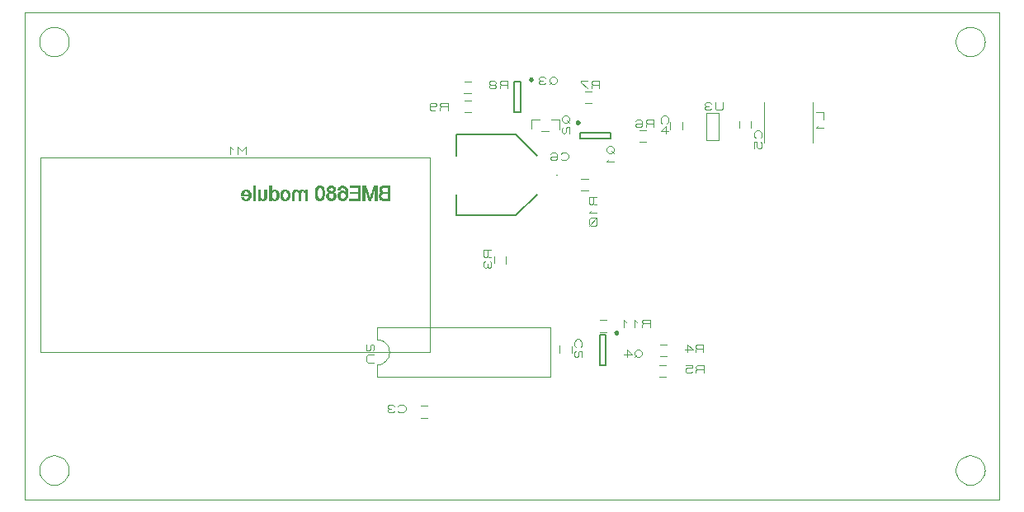
<source format=gbr>
G04 PROTEUS GERBER X2 FILE*
%TF.GenerationSoftware,Labcenter,Proteus,8.16-SP3-Build36097*%
%TF.CreationDate,2025-11-07T09:34:26+00:00*%
%TF.FileFunction,Legend,Bot*%
%TF.FilePolarity,Positive*%
%TF.Part,Single*%
%TF.SameCoordinates,{86f2edb6-a998-41b4-a695-59585592bfa3}*%
%FSLAX45Y45*%
%MOMM*%
G01*
%TA.AperFunction,Profile*%
%ADD20C,0.101600*%
%TA.AperFunction,Material*%
%ADD72C,0.101600*%
%ADD73C,0.063500*%
%ADD30C,0.250000*%
%ADD31C,0.200000*%
%ADD32C,0.100000*%
%ADD33C,0.050000*%
%TD.AperFunction*%
D20*
X-5528000Y-2391260D02*
X+4472000Y-2391260D01*
X+4472000Y+2608740D01*
X-5528000Y+2608740D01*
X-5528000Y-2391260D01*
X+4322000Y+2308740D02*
X+4321498Y+2320998D01*
X+4317422Y+2345515D01*
X+4308906Y+2370032D01*
X+4295032Y+2394549D01*
X+4273806Y+2418901D01*
X+4249289Y+2437295D01*
X+4224772Y+2449151D01*
X+4200255Y+2456055D01*
X+4175738Y+2458693D01*
X+4172000Y+2458740D01*
X+4022000Y+2308740D02*
X+4022502Y+2320998D01*
X+4026578Y+2345515D01*
X+4035094Y+2370032D01*
X+4048968Y+2394549D01*
X+4070194Y+2418901D01*
X+4094711Y+2437295D01*
X+4119228Y+2449151D01*
X+4143745Y+2456055D01*
X+4168262Y+2458693D01*
X+4172000Y+2458740D01*
X+4022000Y+2308740D02*
X+4022502Y+2296482D01*
X+4026578Y+2271965D01*
X+4035094Y+2247448D01*
X+4048968Y+2222931D01*
X+4070194Y+2198579D01*
X+4094711Y+2180185D01*
X+4119228Y+2168329D01*
X+4143745Y+2161425D01*
X+4168262Y+2158787D01*
X+4172000Y+2158740D01*
X+4322000Y+2308740D02*
X+4321498Y+2296482D01*
X+4317422Y+2271965D01*
X+4308906Y+2247448D01*
X+4295032Y+2222931D01*
X+4273806Y+2198579D01*
X+4249289Y+2180185D01*
X+4224772Y+2168329D01*
X+4200255Y+2161425D01*
X+4175738Y+2158787D01*
X+4172000Y+2158740D01*
X+4322000Y-2091260D02*
X+4321498Y-2079002D01*
X+4317422Y-2054485D01*
X+4308906Y-2029968D01*
X+4295032Y-2005451D01*
X+4273806Y-1981099D01*
X+4249289Y-1962705D01*
X+4224772Y-1950849D01*
X+4200255Y-1943945D01*
X+4175738Y-1941307D01*
X+4172000Y-1941260D01*
X+4022000Y-2091260D02*
X+4022502Y-2079002D01*
X+4026578Y-2054485D01*
X+4035094Y-2029968D01*
X+4048968Y-2005451D01*
X+4070194Y-1981099D01*
X+4094711Y-1962705D01*
X+4119228Y-1950849D01*
X+4143745Y-1943945D01*
X+4168262Y-1941307D01*
X+4172000Y-1941260D01*
X+4022000Y-2091260D02*
X+4022502Y-2103518D01*
X+4026578Y-2128035D01*
X+4035094Y-2152552D01*
X+4048968Y-2177069D01*
X+4070194Y-2201421D01*
X+4094711Y-2219815D01*
X+4119228Y-2231671D01*
X+4143745Y-2238575D01*
X+4168262Y-2241213D01*
X+4172000Y-2241260D01*
X+4322000Y-2091260D02*
X+4321498Y-2103518D01*
X+4317422Y-2128035D01*
X+4308906Y-2152552D01*
X+4295032Y-2177069D01*
X+4273806Y-2201421D01*
X+4249289Y-2219815D01*
X+4224772Y-2231671D01*
X+4200255Y-2238575D01*
X+4175738Y-2241213D01*
X+4172000Y-2241260D01*
X-5078000Y-2091260D02*
X-5078502Y-2079002D01*
X-5082578Y-2054485D01*
X-5091094Y-2029968D01*
X-5104968Y-2005451D01*
X-5126194Y-1981099D01*
X-5150711Y-1962705D01*
X-5175228Y-1950849D01*
X-5199745Y-1943945D01*
X-5224262Y-1941307D01*
X-5228000Y-1941260D01*
X-5378000Y-2091260D02*
X-5377498Y-2079002D01*
X-5373422Y-2054485D01*
X-5364906Y-2029968D01*
X-5351032Y-2005451D01*
X-5329806Y-1981099D01*
X-5305289Y-1962705D01*
X-5280772Y-1950849D01*
X-5256255Y-1943945D01*
X-5231738Y-1941307D01*
X-5228000Y-1941260D01*
X-5378000Y-2091260D02*
X-5377498Y-2103518D01*
X-5373422Y-2128035D01*
X-5364906Y-2152552D01*
X-5351032Y-2177069D01*
X-5329806Y-2201421D01*
X-5305289Y-2219815D01*
X-5280772Y-2231671D01*
X-5256255Y-2238575D01*
X-5231738Y-2241213D01*
X-5228000Y-2241260D01*
X-5078000Y-2091260D02*
X-5078502Y-2103518D01*
X-5082578Y-2128035D01*
X-5091094Y-2152552D01*
X-5104968Y-2177069D01*
X-5126194Y-2201421D01*
X-5150711Y-2219815D01*
X-5175228Y-2231671D01*
X-5199745Y-2238575D01*
X-5224262Y-2241213D01*
X-5228000Y-2241260D01*
X-5078000Y+2308740D02*
X-5078502Y+2320998D01*
X-5082578Y+2345515D01*
X-5091094Y+2370032D01*
X-5104968Y+2394549D01*
X-5126194Y+2418901D01*
X-5150711Y+2437295D01*
X-5175228Y+2449151D01*
X-5199745Y+2456055D01*
X-5224262Y+2458693D01*
X-5228000Y+2458740D01*
X-5378000Y+2308740D02*
X-5377498Y+2320998D01*
X-5373422Y+2345515D01*
X-5364906Y+2370032D01*
X-5351032Y+2394549D01*
X-5329806Y+2418901D01*
X-5305289Y+2437295D01*
X-5280772Y+2449151D01*
X-5256255Y+2456055D01*
X-5231738Y+2458693D01*
X-5228000Y+2458740D01*
X-5378000Y+2308740D02*
X-5377498Y+2296482D01*
X-5373422Y+2271965D01*
X-5364906Y+2247448D01*
X-5351032Y+2222931D01*
X-5329806Y+2198579D01*
X-5305289Y+2180185D01*
X-5280772Y+2168329D01*
X-5256255Y+2161425D01*
X-5231738Y+2158787D01*
X-5228000Y+2158740D01*
X-5078000Y+2308740D02*
X-5078502Y+2296482D01*
X-5082578Y+2271965D01*
X-5091094Y+2247448D01*
X-5104968Y+2222931D01*
X-5126194Y+2198579D01*
X-5150711Y+2180185D01*
X-5175228Y+2168329D01*
X-5199745Y+2161425D01*
X-5224262Y+2158787D01*
X-5228000Y+2158740D01*
D72*
X+289700Y+1798420D02*
X+221120Y+1798420D01*
X+289700Y+1676500D02*
X+218580Y+1676500D01*
X+363360Y+1828900D02*
X+363360Y+1905100D01*
X+296685Y+1905100D01*
X+283350Y+1892400D01*
X+283350Y+1879700D01*
X+296685Y+1867000D01*
X+363360Y+1867000D01*
X+296685Y+1867000D02*
X+283350Y+1854300D01*
X+283350Y+1828900D01*
X+243345Y+1905100D02*
X+176670Y+1905100D01*
X+176670Y+1892400D01*
X+243345Y+1828900D01*
X-950300Y+1898420D02*
X-1018880Y+1898420D01*
X-950300Y+1776500D02*
X-1021420Y+1776500D01*
X-576640Y+1828900D02*
X-576640Y+1905100D01*
X-643315Y+1905100D01*
X-656650Y+1892400D01*
X-656650Y+1879700D01*
X-643315Y+1867000D01*
X-576640Y+1867000D01*
X-643315Y+1867000D02*
X-656650Y+1854300D01*
X-656650Y+1828900D01*
X-709990Y+1867000D02*
X-696655Y+1879700D01*
X-696655Y+1892400D01*
X-709990Y+1905100D01*
X-749995Y+1905100D01*
X-763330Y+1892400D01*
X-763330Y+1879700D01*
X-749995Y+1867000D01*
X-709990Y+1867000D01*
X-696655Y+1854300D01*
X-696655Y+1841600D01*
X-709990Y+1828900D01*
X-749995Y+1828900D01*
X-763330Y+1841600D01*
X-763330Y+1854300D01*
X-749995Y+1867000D01*
X-1016340Y+1581580D02*
X-947760Y+1581580D01*
X-1016340Y+1703500D02*
X-945220Y+1703500D01*
X-1186640Y+1604900D02*
X-1186640Y+1681100D01*
X-1253315Y+1681100D01*
X-1266650Y+1668400D01*
X-1266650Y+1655700D01*
X-1253315Y+1643000D01*
X-1186640Y+1643000D01*
X-1253315Y+1643000D02*
X-1266650Y+1630300D01*
X-1266650Y+1604900D01*
X-1373330Y+1655700D02*
X-1359995Y+1643000D01*
X-1319990Y+1643000D01*
X-1306655Y+1655700D01*
X-1306655Y+1668400D01*
X-1319990Y+1681100D01*
X-1359995Y+1681100D01*
X-1373330Y+1668400D01*
X-1373330Y+1617600D01*
X-1359995Y+1604900D01*
X-1319990Y+1604900D01*
X-5370000Y-880000D02*
X-1370000Y-880000D01*
X-1370000Y+1120000D01*
X-5370000Y+1120000D01*
X-5370000Y-880000D01*
D73*
X-3278989Y+680770D02*
X-3243429Y+680770D01*
X-3187549Y+680770D02*
X-3167229Y+680770D01*
X-3136749Y+680770D02*
X-3116429Y+680770D01*
X-3096109Y+680770D02*
X-3070709Y+680770D01*
X-3019909Y+680770D02*
X-2999589Y+680770D01*
X-2984349Y+680770D02*
X-2953869Y+680770D01*
X-2877669Y+680770D02*
X-2842109Y+680770D01*
X-2786229Y+680770D02*
X-2765909Y+680770D01*
X-2720189Y+680770D02*
X-2699869Y+680770D01*
X-2654149Y+680770D02*
X-2633829Y+680770D01*
X-2522069Y+680770D02*
X-2486509Y+680770D01*
X-2405229Y+680770D02*
X-2369669Y+680770D01*
X-2288389Y+680770D02*
X-2252829Y+680770D01*
X-2202029Y+680770D02*
X-2090269Y+680770D01*
X-2064869Y+680770D02*
X-2044549Y+680770D01*
X-1998829Y+680770D02*
X-1983589Y+680770D01*
X-1937869Y+680770D02*
X-1917549Y+680770D01*
X-1866749Y+680770D02*
X-1785469Y+680770D01*
X-3289149Y+685850D02*
X-3233269Y+685850D01*
X-3187549Y+685850D02*
X-3167229Y+685850D01*
X-3136749Y+685850D02*
X-3116429Y+685850D01*
X-3106269Y+685850D02*
X-3060549Y+685850D01*
X-3019909Y+685850D02*
X-2999589Y+685850D01*
X-2994509Y+685850D02*
X-2943709Y+685850D01*
X-2887829Y+685850D02*
X-2831949Y+685850D01*
X-2786229Y+685850D02*
X-2765909Y+685850D01*
X-2720189Y+685850D02*
X-2699869Y+685850D01*
X-2654149Y+685850D02*
X-2633829Y+685850D01*
X-2532229Y+685850D02*
X-2476349Y+685850D01*
X-2415389Y+685850D02*
X-2359509Y+685850D01*
X-2298549Y+685850D02*
X-2242669Y+685850D01*
X-2202029Y+685850D02*
X-2090269Y+685850D01*
X-2064869Y+685850D02*
X-2044549Y+685850D01*
X-2003909Y+685850D02*
X-1978509Y+685850D01*
X-1937869Y+685850D02*
X-1917549Y+685850D01*
X-1876909Y+685850D02*
X-1785469Y+685850D01*
X-3294229Y+690930D02*
X-3228189Y+690930D01*
X-3187549Y+690930D02*
X-3167229Y+690930D01*
X-3136749Y+690930D02*
X-3116429Y+690930D01*
X-3111349Y+690930D02*
X-3055469Y+690930D01*
X-3019909Y+690930D02*
X-2938629Y+690930D01*
X-2892909Y+690930D02*
X-2826869Y+690930D01*
X-2786229Y+690930D02*
X-2765909Y+690930D01*
X-2720189Y+690930D02*
X-2699869Y+690930D01*
X-2654149Y+690930D02*
X-2633829Y+690930D01*
X-2537309Y+690930D02*
X-2471269Y+690930D01*
X-2420469Y+690930D02*
X-2354429Y+690930D01*
X-2303629Y+690930D02*
X-2237589Y+690930D01*
X-2202029Y+690930D02*
X-2090269Y+690930D01*
X-2064869Y+690930D02*
X-2044549Y+690930D01*
X-2003909Y+690930D02*
X-1978509Y+690930D01*
X-1937869Y+690930D02*
X-1917549Y+690930D01*
X-1887069Y+690930D02*
X-1785469Y+690930D01*
X-3299309Y+696010D02*
X-3273909Y+696010D01*
X-3253589Y+696010D02*
X-3223109Y+696010D01*
X-3187549Y+696010D02*
X-3167229Y+696010D01*
X-3136749Y+696010D02*
X-3101189Y+696010D01*
X-3080869Y+696010D02*
X-3055469Y+696010D01*
X-3019909Y+696010D02*
X-2984349Y+696010D01*
X-2958949Y+696010D02*
X-2933549Y+696010D01*
X-2897989Y+696010D02*
X-2872589Y+696010D01*
X-2847189Y+696010D02*
X-2821789Y+696010D01*
X-2786229Y+696010D02*
X-2765909Y+696010D01*
X-2720189Y+696010D02*
X-2699869Y+696010D01*
X-2654149Y+696010D02*
X-2633829Y+696010D01*
X-2542389Y+696010D02*
X-2466189Y+696010D01*
X-2425549Y+696010D02*
X-2349349Y+696010D01*
X-2308709Y+696010D02*
X-2232509Y+696010D01*
X-2202029Y+696010D02*
X-2090269Y+696010D01*
X-2064869Y+696010D02*
X-2044549Y+696010D01*
X-2003909Y+696010D02*
X-1978509Y+696010D01*
X-1937869Y+696010D02*
X-1917549Y+696010D01*
X-1887069Y+696010D02*
X-1785469Y+696010D01*
X-3304389Y+701090D02*
X-3284069Y+701090D01*
X-3243429Y+701090D02*
X-3218029Y+701090D01*
X-3187549Y+701090D02*
X-3167229Y+701090D01*
X-3136749Y+701090D02*
X-3106269Y+701090D01*
X-3075789Y+701090D02*
X-3050389Y+701090D01*
X-3019909Y+701090D02*
X-2989429Y+701090D01*
X-2953869Y+701090D02*
X-2933549Y+701090D01*
X-2903069Y+701090D02*
X-2877669Y+701090D01*
X-2842109Y+701090D02*
X-2816709Y+701090D01*
X-2786229Y+701090D02*
X-2765909Y+701090D01*
X-2720189Y+701090D02*
X-2699869Y+701090D01*
X-2654149Y+701090D02*
X-2633829Y+701090D01*
X-2542389Y+701090D02*
X-2516989Y+701090D01*
X-2491589Y+701090D02*
X-2466189Y+701090D01*
X-2430629Y+701090D02*
X-2400149Y+701090D01*
X-2374749Y+701090D02*
X-2344269Y+701090D01*
X-2308709Y+701090D02*
X-2283309Y+701090D01*
X-2252829Y+701090D02*
X-2227429Y+701090D01*
X-2110589Y+701090D02*
X-2090269Y+701090D01*
X-2064869Y+701090D02*
X-2044549Y+701090D01*
X-2008989Y+701090D02*
X-1973429Y+701090D01*
X-1937869Y+701090D02*
X-1917549Y+701090D01*
X-1892149Y+701090D02*
X-1861669Y+701090D01*
X-1805789Y+701090D02*
X-1785469Y+701090D01*
X-3304389Y+706170D02*
X-3284069Y+706170D01*
X-3238349Y+706170D02*
X-3218029Y+706170D01*
X-3187549Y+706170D02*
X-3167229Y+706170D01*
X-3136749Y+706170D02*
X-3111349Y+706170D01*
X-3070709Y+706170D02*
X-3050389Y+706170D01*
X-3019909Y+706170D02*
X-2994509Y+706170D01*
X-2948789Y+706170D02*
X-2928469Y+706170D01*
X-2903069Y+706170D02*
X-2882749Y+706170D01*
X-2837029Y+706170D02*
X-2816709Y+706170D01*
X-2786229Y+706170D02*
X-2765909Y+706170D01*
X-2720189Y+706170D02*
X-2699869Y+706170D01*
X-2654149Y+706170D02*
X-2633829Y+706170D01*
X-2547469Y+706170D02*
X-2522069Y+706170D01*
X-2486509Y+706170D02*
X-2461109Y+706170D01*
X-2430629Y+706170D02*
X-2410309Y+706170D01*
X-2364589Y+706170D02*
X-2344269Y+706170D01*
X-2313789Y+706170D02*
X-2288389Y+706170D01*
X-2247749Y+706170D02*
X-2227429Y+706170D01*
X-2110589Y+706170D02*
X-2090269Y+706170D01*
X-2064869Y+706170D02*
X-2044549Y+706170D01*
X-2008989Y+706170D02*
X-1993749Y+706170D01*
X-1988669Y+706170D02*
X-1973429Y+706170D01*
X-1937869Y+706170D02*
X-1917549Y+706170D01*
X-1892149Y+706170D02*
X-1871829Y+706170D01*
X-1805789Y+706170D02*
X-1785469Y+706170D01*
X-3309469Y+711250D02*
X-3289149Y+711250D01*
X-3238349Y+711250D02*
X-3218029Y+711250D01*
X-3187549Y+711250D02*
X-3167229Y+711250D01*
X-3136749Y+711250D02*
X-3116429Y+711250D01*
X-3070709Y+711250D02*
X-3050389Y+711250D01*
X-3019909Y+711250D02*
X-2994509Y+711250D01*
X-2948789Y+711250D02*
X-2928469Y+711250D01*
X-2903069Y+711250D02*
X-2882749Y+711250D01*
X-2837029Y+711250D02*
X-2816709Y+711250D01*
X-2786229Y+711250D02*
X-2765909Y+711250D01*
X-2720189Y+711250D02*
X-2699869Y+711250D01*
X-2654149Y+711250D02*
X-2633829Y+711250D01*
X-2547469Y+711250D02*
X-2527149Y+711250D01*
X-2481429Y+711250D02*
X-2461109Y+711250D01*
X-2435709Y+711250D02*
X-2410309Y+711250D01*
X-2364589Y+711250D02*
X-2339189Y+711250D01*
X-2313789Y+711250D02*
X-2293469Y+711250D01*
X-2242669Y+711250D02*
X-2222349Y+711250D01*
X-2110589Y+711250D02*
X-2090269Y+711250D01*
X-2064869Y+711250D02*
X-2044549Y+711250D01*
X-2008989Y+711250D02*
X-1993749Y+711250D01*
X-1988669Y+711250D02*
X-1973429Y+711250D01*
X-1937869Y+711250D02*
X-1917549Y+711250D01*
X-1897229Y+711250D02*
X-1871829Y+711250D01*
X-1805789Y+711250D02*
X-1785469Y+711250D01*
X-3233269Y+716330D02*
X-3212949Y+716330D01*
X-3187549Y+716330D02*
X-3167229Y+716330D01*
X-3136749Y+716330D02*
X-3116429Y+716330D01*
X-3070709Y+716330D02*
X-3050389Y+716330D01*
X-3019909Y+716330D02*
X-2999589Y+716330D01*
X-2943709Y+716330D02*
X-2923389Y+716330D01*
X-2908149Y+716330D02*
X-2887829Y+716330D01*
X-2831949Y+716330D02*
X-2811629Y+716330D01*
X-2786229Y+716330D02*
X-2765909Y+716330D01*
X-2720189Y+716330D02*
X-2699869Y+716330D01*
X-2654149Y+716330D02*
X-2633829Y+716330D01*
X-2547469Y+716330D02*
X-2527149Y+716330D01*
X-2481429Y+716330D02*
X-2461109Y+716330D01*
X-2435709Y+716330D02*
X-2415389Y+716330D01*
X-2359509Y+716330D02*
X-2339189Y+716330D01*
X-2318869Y+716330D02*
X-2298549Y+716330D01*
X-2242669Y+716330D02*
X-2222349Y+716330D01*
X-2110589Y+716330D02*
X-2090269Y+716330D01*
X-2064869Y+716330D02*
X-2044549Y+716330D01*
X-2014069Y+716330D02*
X-1993749Y+716330D01*
X-1988669Y+716330D02*
X-1968349Y+716330D01*
X-1937869Y+716330D02*
X-1917549Y+716330D01*
X-1897229Y+716330D02*
X-1876909Y+716330D01*
X-1805789Y+716330D02*
X-1785469Y+716330D01*
X-3233269Y+721410D02*
X-3212949Y+721410D01*
X-3187549Y+721410D02*
X-3167229Y+721410D01*
X-3136749Y+721410D02*
X-3116429Y+721410D01*
X-3070709Y+721410D02*
X-3050389Y+721410D01*
X-3019909Y+721410D02*
X-2999589Y+721410D01*
X-2943709Y+721410D02*
X-2923389Y+721410D01*
X-2908149Y+721410D02*
X-2887829Y+721410D01*
X-2831949Y+721410D02*
X-2811629Y+721410D01*
X-2786229Y+721410D02*
X-2765909Y+721410D01*
X-2720189Y+721410D02*
X-2699869Y+721410D01*
X-2654149Y+721410D02*
X-2633829Y+721410D01*
X-2547469Y+721410D02*
X-2527149Y+721410D01*
X-2481429Y+721410D02*
X-2461109Y+721410D01*
X-2435709Y+721410D02*
X-2415389Y+721410D01*
X-2359509Y+721410D02*
X-2339189Y+721410D01*
X-2318869Y+721410D02*
X-2298549Y+721410D01*
X-2237589Y+721410D02*
X-2222349Y+721410D01*
X-2110589Y+721410D02*
X-2090269Y+721410D01*
X-2064869Y+721410D02*
X-2044549Y+721410D01*
X-2014069Y+721410D02*
X-1998829Y+721410D01*
X-1983589Y+721410D02*
X-1968349Y+721410D01*
X-1937869Y+721410D02*
X-1917549Y+721410D01*
X-1897229Y+721410D02*
X-1876909Y+721410D01*
X-1805789Y+721410D02*
X-1785469Y+721410D01*
X-3233269Y+726490D02*
X-3212949Y+726490D01*
X-3187549Y+726490D02*
X-3167229Y+726490D01*
X-3136749Y+726490D02*
X-3116429Y+726490D01*
X-3070709Y+726490D02*
X-3050389Y+726490D01*
X-3019909Y+726490D02*
X-2999589Y+726490D01*
X-2943709Y+726490D02*
X-2923389Y+726490D01*
X-2908149Y+726490D02*
X-2887829Y+726490D01*
X-2831949Y+726490D02*
X-2811629Y+726490D01*
X-2786229Y+726490D02*
X-2765909Y+726490D01*
X-2720189Y+726490D02*
X-2699869Y+726490D01*
X-2654149Y+726490D02*
X-2633829Y+726490D01*
X-2552549Y+726490D02*
X-2532229Y+726490D01*
X-2476349Y+726490D02*
X-2456029Y+726490D01*
X-2435709Y+726490D02*
X-2415389Y+726490D01*
X-2359509Y+726490D02*
X-2339189Y+726490D01*
X-2318869Y+726490D02*
X-2298549Y+726490D01*
X-2237589Y+726490D02*
X-2217269Y+726490D01*
X-2110589Y+726490D02*
X-2090269Y+726490D01*
X-2064869Y+726490D02*
X-2044549Y+726490D01*
X-2014069Y+726490D02*
X-1998829Y+726490D01*
X-1983589Y+726490D02*
X-1968349Y+726490D01*
X-1937869Y+726490D02*
X-1917549Y+726490D01*
X-1897229Y+726490D02*
X-1876909Y+726490D01*
X-1805789Y+726490D02*
X-1785469Y+726490D01*
X-3309469Y+731570D02*
X-3212949Y+731570D01*
X-3187549Y+731570D02*
X-3167229Y+731570D01*
X-3136749Y+731570D02*
X-3116429Y+731570D01*
X-3070709Y+731570D02*
X-3050389Y+731570D01*
X-3019909Y+731570D02*
X-2999589Y+731570D01*
X-2943709Y+731570D02*
X-2923389Y+731570D01*
X-2908149Y+731570D02*
X-2887829Y+731570D01*
X-2831949Y+731570D02*
X-2811629Y+731570D01*
X-2786229Y+731570D02*
X-2765909Y+731570D01*
X-2720189Y+731570D02*
X-2699869Y+731570D01*
X-2654149Y+731570D02*
X-2633829Y+731570D01*
X-2552549Y+731570D02*
X-2532229Y+731570D01*
X-2476349Y+731570D02*
X-2456029Y+731570D01*
X-2435709Y+731570D02*
X-2415389Y+731570D01*
X-2359509Y+731570D02*
X-2339189Y+731570D01*
X-2318869Y+731570D02*
X-2298549Y+731570D01*
X-2237589Y+731570D02*
X-2217269Y+731570D01*
X-2110589Y+731570D02*
X-2090269Y+731570D01*
X-2064869Y+731570D02*
X-2044549Y+731570D01*
X-2019149Y+731570D02*
X-1998829Y+731570D01*
X-1983589Y+731570D02*
X-1963269Y+731570D01*
X-1937869Y+731570D02*
X-1917549Y+731570D01*
X-1897229Y+731570D02*
X-1876909Y+731570D01*
X-1805789Y+731570D02*
X-1785469Y+731570D01*
X-3309469Y+736650D02*
X-3212949Y+736650D01*
X-3187549Y+736650D02*
X-3167229Y+736650D01*
X-3136749Y+736650D02*
X-3116429Y+736650D01*
X-3070709Y+736650D02*
X-3050389Y+736650D01*
X-3019909Y+736650D02*
X-2999589Y+736650D01*
X-2943709Y+736650D02*
X-2923389Y+736650D01*
X-2908149Y+736650D02*
X-2887829Y+736650D01*
X-2831949Y+736650D02*
X-2811629Y+736650D01*
X-2786229Y+736650D02*
X-2765909Y+736650D01*
X-2720189Y+736650D02*
X-2699869Y+736650D01*
X-2654149Y+736650D02*
X-2633829Y+736650D01*
X-2552549Y+736650D02*
X-2532229Y+736650D01*
X-2476349Y+736650D02*
X-2456029Y+736650D01*
X-2435709Y+736650D02*
X-2415389Y+736650D01*
X-2359509Y+736650D02*
X-2339189Y+736650D01*
X-2318869Y+736650D02*
X-2298549Y+736650D01*
X-2237589Y+736650D02*
X-2217269Y+736650D01*
X-2110589Y+736650D02*
X-2090269Y+736650D01*
X-2064869Y+736650D02*
X-2044549Y+736650D01*
X-2019149Y+736650D02*
X-2003909Y+736650D01*
X-1978509Y+736650D02*
X-1963269Y+736650D01*
X-1937869Y+736650D02*
X-1917549Y+736650D01*
X-1897229Y+736650D02*
X-1871829Y+736650D01*
X-1805789Y+736650D02*
X-1785469Y+736650D01*
X-3309469Y+741730D02*
X-3212949Y+741730D01*
X-3187549Y+741730D02*
X-3167229Y+741730D01*
X-3136749Y+741730D02*
X-3116429Y+741730D01*
X-3070709Y+741730D02*
X-3050389Y+741730D01*
X-3019909Y+741730D02*
X-2999589Y+741730D01*
X-2943709Y+741730D02*
X-2923389Y+741730D01*
X-2908149Y+741730D02*
X-2887829Y+741730D01*
X-2831949Y+741730D02*
X-2811629Y+741730D01*
X-2786229Y+741730D02*
X-2765909Y+741730D01*
X-2720189Y+741730D02*
X-2699869Y+741730D01*
X-2654149Y+741730D02*
X-2633829Y+741730D01*
X-2552549Y+741730D02*
X-2532229Y+741730D01*
X-2476349Y+741730D02*
X-2456029Y+741730D01*
X-2430629Y+741730D02*
X-2410309Y+741730D01*
X-2364589Y+741730D02*
X-2339189Y+741730D01*
X-2318869Y+741730D02*
X-2298549Y+741730D01*
X-2237589Y+741730D02*
X-2217269Y+741730D01*
X-2110589Y+741730D02*
X-2090269Y+741730D01*
X-2064869Y+741730D02*
X-2044549Y+741730D01*
X-2019149Y+741730D02*
X-2003909Y+741730D01*
X-1978509Y+741730D02*
X-1963269Y+741730D01*
X-1937869Y+741730D02*
X-1917549Y+741730D01*
X-1892149Y+741730D02*
X-1871829Y+741730D01*
X-1805789Y+741730D02*
X-1785469Y+741730D01*
X-3309469Y+746810D02*
X-3289149Y+746810D01*
X-3233269Y+746810D02*
X-3212949Y+746810D01*
X-3187549Y+746810D02*
X-3167229Y+746810D01*
X-3136749Y+746810D02*
X-3116429Y+746810D01*
X-3070709Y+746810D02*
X-3050389Y+746810D01*
X-3019909Y+746810D02*
X-2999589Y+746810D01*
X-2943709Y+746810D02*
X-2923389Y+746810D01*
X-2908149Y+746810D02*
X-2887829Y+746810D01*
X-2831949Y+746810D02*
X-2811629Y+746810D01*
X-2786229Y+746810D02*
X-2765909Y+746810D01*
X-2720189Y+746810D02*
X-2699869Y+746810D01*
X-2654149Y+746810D02*
X-2633829Y+746810D01*
X-2552549Y+746810D02*
X-2532229Y+746810D01*
X-2476349Y+746810D02*
X-2456029Y+746810D01*
X-2430629Y+746810D02*
X-2410309Y+746810D01*
X-2364589Y+746810D02*
X-2344269Y+746810D01*
X-2318869Y+746810D02*
X-2293469Y+746810D01*
X-2242669Y+746810D02*
X-2217269Y+746810D01*
X-2110589Y+746810D02*
X-2090269Y+746810D01*
X-2064869Y+746810D02*
X-2044549Y+746810D01*
X-2024229Y+746810D02*
X-2003909Y+746810D01*
X-1978509Y+746810D02*
X-1958189Y+746810D01*
X-1937869Y+746810D02*
X-1917549Y+746810D01*
X-1887069Y+746810D02*
X-1861669Y+746810D01*
X-1805789Y+746810D02*
X-1785469Y+746810D01*
X-3309469Y+751890D02*
X-3289149Y+751890D01*
X-3233269Y+751890D02*
X-3212949Y+751890D01*
X-3187549Y+751890D02*
X-3167229Y+751890D01*
X-3136749Y+751890D02*
X-3116429Y+751890D01*
X-3070709Y+751890D02*
X-3050389Y+751890D01*
X-3019909Y+751890D02*
X-2999589Y+751890D01*
X-2943709Y+751890D02*
X-2923389Y+751890D01*
X-2908149Y+751890D02*
X-2887829Y+751890D01*
X-2831949Y+751890D02*
X-2811629Y+751890D01*
X-2786229Y+751890D02*
X-2765909Y+751890D01*
X-2720189Y+751890D02*
X-2699869Y+751890D01*
X-2654149Y+751890D02*
X-2633829Y+751890D01*
X-2552549Y+751890D02*
X-2532229Y+751890D01*
X-2476349Y+751890D02*
X-2456029Y+751890D01*
X-2425549Y+751890D02*
X-2400149Y+751890D01*
X-2374749Y+751890D02*
X-2349349Y+751890D01*
X-2313789Y+751890D02*
X-2288389Y+751890D01*
X-2247749Y+751890D02*
X-2217269Y+751890D01*
X-2191869Y+751890D02*
X-2090269Y+751890D01*
X-2064869Y+751890D02*
X-2044549Y+751890D01*
X-2024229Y+751890D02*
X-2008989Y+751890D01*
X-1973429Y+751890D02*
X-1958189Y+751890D01*
X-1937869Y+751890D02*
X-1917549Y+751890D01*
X-1887069Y+751890D02*
X-1785469Y+751890D01*
X-3304389Y+756970D02*
X-3289149Y+756970D01*
X-3238349Y+756970D02*
X-3218029Y+756970D01*
X-3187549Y+756970D02*
X-3167229Y+756970D01*
X-3136749Y+756970D02*
X-3116429Y+756970D01*
X-3070709Y+756970D02*
X-3050389Y+756970D01*
X-3019909Y+756970D02*
X-2994509Y+756970D01*
X-2948789Y+756970D02*
X-2928469Y+756970D01*
X-2903069Y+756970D02*
X-2882749Y+756970D01*
X-2837029Y+756970D02*
X-2816709Y+756970D01*
X-2786229Y+756970D02*
X-2765909Y+756970D01*
X-2720189Y+756970D02*
X-2699869Y+756970D01*
X-2654149Y+756970D02*
X-2633829Y+756970D01*
X-2552549Y+756970D02*
X-2532229Y+756970D01*
X-2476349Y+756970D02*
X-2456029Y+756970D01*
X-2420469Y+756970D02*
X-2354429Y+756970D01*
X-2313789Y+756970D02*
X-2283309Y+756970D01*
X-2252829Y+756970D02*
X-2217269Y+756970D01*
X-2191869Y+756970D02*
X-2090269Y+756970D01*
X-2064869Y+756970D02*
X-2044549Y+756970D01*
X-2024229Y+756970D02*
X-2008989Y+756970D01*
X-1973429Y+756970D02*
X-1958189Y+756970D01*
X-1937869Y+756970D02*
X-1917549Y+756970D01*
X-1876909Y+756970D02*
X-1785469Y+756970D01*
X-3304389Y+762050D02*
X-3284069Y+762050D01*
X-3238349Y+762050D02*
X-3218029Y+762050D01*
X-3187549Y+762050D02*
X-3167229Y+762050D01*
X-3136749Y+762050D02*
X-3116429Y+762050D01*
X-3070709Y+762050D02*
X-3050389Y+762050D01*
X-3019909Y+762050D02*
X-2994509Y+762050D01*
X-2948789Y+762050D02*
X-2928469Y+762050D01*
X-2903069Y+762050D02*
X-2882749Y+762050D01*
X-2837029Y+762050D02*
X-2816709Y+762050D01*
X-2786229Y+762050D02*
X-2765909Y+762050D01*
X-2725269Y+762050D02*
X-2699869Y+762050D01*
X-2659229Y+762050D02*
X-2633829Y+762050D01*
X-2552549Y+762050D02*
X-2532229Y+762050D01*
X-2476349Y+762050D02*
X-2456029Y+762050D01*
X-2415389Y+762050D02*
X-2359509Y+762050D01*
X-2308709Y+762050D02*
X-2217269Y+762050D01*
X-2191869Y+762050D02*
X-2090269Y+762050D01*
X-2064869Y+762050D02*
X-2044549Y+762050D01*
X-2029309Y+762050D02*
X-2008989Y+762050D01*
X-1968349Y+762050D02*
X-1953109Y+762050D01*
X-1937869Y+762050D02*
X-1917549Y+762050D01*
X-1876909Y+762050D02*
X-1785469Y+762050D01*
X-3304389Y+767130D02*
X-3278989Y+767130D01*
X-3243429Y+767130D02*
X-3223109Y+767130D01*
X-3187549Y+767130D02*
X-3167229Y+767130D01*
X-3136749Y+767130D02*
X-3116429Y+767130D01*
X-3070709Y+767130D02*
X-3050389Y+767130D01*
X-3019909Y+767130D02*
X-2989429Y+767130D01*
X-2953869Y+767130D02*
X-2928469Y+767130D01*
X-2903069Y+767130D02*
X-2877669Y+767130D01*
X-2842109Y+767130D02*
X-2816709Y+767130D01*
X-2786229Y+767130D02*
X-2760829Y+767130D01*
X-2730349Y+767130D02*
X-2694789Y+767130D01*
X-2664309Y+767130D02*
X-2633829Y+767130D01*
X-2552549Y+767130D02*
X-2532229Y+767130D01*
X-2476349Y+767130D02*
X-2456029Y+767130D01*
X-2410309Y+767130D02*
X-2364589Y+767130D01*
X-2303629Y+767130D02*
X-2242669Y+767130D01*
X-2237589Y+767130D02*
X-2217269Y+767130D01*
X-2191869Y+767130D02*
X-2090269Y+767130D01*
X-2064869Y+767130D02*
X-2044549Y+767130D01*
X-2029309Y+767130D02*
X-2014069Y+767130D01*
X-1968349Y+767130D02*
X-1953109Y+767130D01*
X-1937869Y+767130D02*
X-1917549Y+767130D01*
X-1881989Y+767130D02*
X-1785469Y+767130D01*
X-3299309Y+772210D02*
X-3273909Y+772210D01*
X-3248509Y+772210D02*
X-3223109Y+772210D01*
X-3187549Y+772210D02*
X-3167229Y+772210D01*
X-3136749Y+772210D02*
X-3116429Y+772210D01*
X-3070709Y+772210D02*
X-3050389Y+772210D01*
X-3019909Y+772210D02*
X-2984349Y+772210D01*
X-2958949Y+772210D02*
X-2933549Y+772210D01*
X-2897989Y+772210D02*
X-2872589Y+772210D01*
X-2847189Y+772210D02*
X-2821789Y+772210D01*
X-2781149Y+772210D02*
X-2755749Y+772210D01*
X-2735429Y+772210D02*
X-2689709Y+772210D01*
X-2669389Y+772210D02*
X-2633829Y+772210D01*
X-2552549Y+772210D02*
X-2532229Y+772210D01*
X-2476349Y+772210D02*
X-2456029Y+772210D01*
X-2420469Y+772210D02*
X-2354429Y+772210D01*
X-2298549Y+772210D02*
X-2247749Y+772210D01*
X-2237589Y+772210D02*
X-2217269Y+772210D01*
X-2110589Y+772210D02*
X-2090269Y+772210D01*
X-2064869Y+772210D02*
X-2044549Y+772210D01*
X-2029309Y+772210D02*
X-2014069Y+772210D01*
X-1968349Y+772210D02*
X-1953109Y+772210D01*
X-1937869Y+772210D02*
X-1917549Y+772210D01*
X-1887069Y+772210D02*
X-1861669Y+772210D01*
X-1805789Y+772210D02*
X-1785469Y+772210D01*
X-3294229Y+777290D02*
X-3228189Y+777290D01*
X-3187549Y+777290D02*
X-3167229Y+777290D01*
X-3136749Y+777290D02*
X-3116429Y+777290D01*
X-3070709Y+777290D02*
X-3050389Y+777290D01*
X-3019909Y+777290D02*
X-2938629Y+777290D01*
X-2892909Y+777290D02*
X-2826869Y+777290D01*
X-2781149Y+777290D02*
X-2720189Y+777290D01*
X-2715109Y+777290D02*
X-2659229Y+777290D01*
X-2654149Y+777290D02*
X-2633829Y+777290D01*
X-2552549Y+777290D02*
X-2532229Y+777290D01*
X-2476349Y+777290D02*
X-2456029Y+777290D01*
X-2425549Y+777290D02*
X-2400149Y+777290D01*
X-2374749Y+777290D02*
X-2349349Y+777290D01*
X-2288389Y+777290D02*
X-2257909Y+777290D01*
X-2237589Y+777290D02*
X-2217269Y+777290D01*
X-2110589Y+777290D02*
X-2090269Y+777290D01*
X-2064869Y+777290D02*
X-2044549Y+777290D01*
X-2034389Y+777290D02*
X-2019149Y+777290D01*
X-1963269Y+777290D02*
X-1948029Y+777290D01*
X-1937869Y+777290D02*
X-1917549Y+777290D01*
X-1887069Y+777290D02*
X-1866749Y+777290D01*
X-1805789Y+777290D02*
X-1785469Y+777290D01*
X-3289149Y+782370D02*
X-3233269Y+782370D01*
X-3187549Y+782370D02*
X-3167229Y+782370D01*
X-3136749Y+782370D02*
X-3116429Y+782370D01*
X-3070709Y+782370D02*
X-3050389Y+782370D01*
X-3019909Y+782370D02*
X-2999589Y+782370D01*
X-2994509Y+782370D02*
X-2943709Y+782370D01*
X-2887829Y+782370D02*
X-2831949Y+782370D01*
X-2776069Y+782370D02*
X-2725269Y+782370D01*
X-2710029Y+782370D02*
X-2664309Y+782370D01*
X-2654149Y+782370D02*
X-2633829Y+782370D01*
X-2552549Y+782370D02*
X-2532229Y+782370D01*
X-2476349Y+782370D02*
X-2456029Y+782370D01*
X-2430629Y+782370D02*
X-2405229Y+782370D01*
X-2369669Y+782370D02*
X-2344269Y+782370D01*
X-2237589Y+782370D02*
X-2222349Y+782370D01*
X-2110589Y+782370D02*
X-2090269Y+782370D01*
X-2064869Y+782370D02*
X-2044549Y+782370D01*
X-2034389Y+782370D02*
X-2019149Y+782370D01*
X-1963269Y+782370D02*
X-1948029Y+782370D01*
X-1937869Y+782370D02*
X-1917549Y+782370D01*
X-1892149Y+782370D02*
X-1871829Y+782370D01*
X-1805789Y+782370D02*
X-1785469Y+782370D01*
X-3278989Y+787450D02*
X-3243429Y+787450D01*
X-3187549Y+787450D02*
X-3167229Y+787450D01*
X-3136749Y+787450D02*
X-3116429Y+787450D01*
X-3070709Y+787450D02*
X-3050389Y+787450D01*
X-3019909Y+787450D02*
X-2999589Y+787450D01*
X-2984349Y+787450D02*
X-2953869Y+787450D01*
X-2877669Y+787450D02*
X-2842109Y+787450D01*
X-2765909Y+787450D02*
X-2735429Y+787450D01*
X-2699869Y+787450D02*
X-2674469Y+787450D01*
X-2654149Y+787450D02*
X-2633829Y+787450D01*
X-2547469Y+787450D02*
X-2527149Y+787450D01*
X-2481429Y+787450D02*
X-2461109Y+787450D01*
X-2430629Y+787450D02*
X-2410309Y+787450D01*
X-2364589Y+787450D02*
X-2344269Y+787450D01*
X-2242669Y+787450D02*
X-2222349Y+787450D01*
X-2110589Y+787450D02*
X-2090269Y+787450D01*
X-2064869Y+787450D02*
X-2044549Y+787450D01*
X-2034389Y+787450D02*
X-2019149Y+787450D01*
X-1963269Y+787450D02*
X-1948029Y+787450D01*
X-1937869Y+787450D02*
X-1917549Y+787450D01*
X-1892149Y+787450D02*
X-1871829Y+787450D01*
X-1805789Y+787450D02*
X-1785469Y+787450D01*
X-3187549Y+792530D02*
X-3167229Y+792530D01*
X-3019909Y+792530D02*
X-2999589Y+792530D01*
X-2547469Y+792530D02*
X-2527149Y+792530D01*
X-2481429Y+792530D02*
X-2461109Y+792530D01*
X-2430629Y+792530D02*
X-2410309Y+792530D01*
X-2364589Y+792530D02*
X-2344269Y+792530D01*
X-2318869Y+792530D02*
X-2298549Y+792530D01*
X-2242669Y+792530D02*
X-2222349Y+792530D01*
X-2110589Y+792530D02*
X-2090269Y+792530D01*
X-2064869Y+792530D02*
X-2044549Y+792530D01*
X-2039469Y+792530D02*
X-2024229Y+792530D01*
X-1958189Y+792530D02*
X-1942949Y+792530D01*
X-1937869Y+792530D02*
X-1917549Y+792530D01*
X-1892149Y+792530D02*
X-1871829Y+792530D01*
X-1805789Y+792530D02*
X-1785469Y+792530D01*
X-3187549Y+797610D02*
X-3167229Y+797610D01*
X-3019909Y+797610D02*
X-2999589Y+797610D01*
X-2547469Y+797610D02*
X-2527149Y+797610D01*
X-2481429Y+797610D02*
X-2461109Y+797610D01*
X-2430629Y+797610D02*
X-2410309Y+797610D01*
X-2364589Y+797610D02*
X-2344269Y+797610D01*
X-2318869Y+797610D02*
X-2293469Y+797610D01*
X-2247749Y+797610D02*
X-2222349Y+797610D01*
X-2110589Y+797610D02*
X-2090269Y+797610D01*
X-2064869Y+797610D02*
X-2044549Y+797610D01*
X-2039469Y+797610D02*
X-2024229Y+797610D01*
X-1958189Y+797610D02*
X-1942949Y+797610D01*
X-1937869Y+797610D02*
X-1917549Y+797610D01*
X-1892149Y+797610D02*
X-1871829Y+797610D01*
X-1805789Y+797610D02*
X-1785469Y+797610D01*
X-3187549Y+802690D02*
X-3167229Y+802690D01*
X-3019909Y+802690D02*
X-2999589Y+802690D01*
X-2547469Y+802690D02*
X-2522069Y+802690D01*
X-2486509Y+802690D02*
X-2461109Y+802690D01*
X-2430629Y+802690D02*
X-2405229Y+802690D01*
X-2369669Y+802690D02*
X-2344269Y+802690D01*
X-2313789Y+802690D02*
X-2293469Y+802690D01*
X-2252829Y+802690D02*
X-2227429Y+802690D01*
X-2110589Y+802690D02*
X-2090269Y+802690D01*
X-2064869Y+802690D02*
X-2044549Y+802690D01*
X-2039469Y+802690D02*
X-2024229Y+802690D01*
X-1958189Y+802690D02*
X-1942949Y+802690D01*
X-1937869Y+802690D02*
X-1917549Y+802690D01*
X-1892149Y+802690D02*
X-1866749Y+802690D01*
X-1805789Y+802690D02*
X-1785469Y+802690D01*
X-3187549Y+807770D02*
X-3167229Y+807770D01*
X-3019909Y+807770D02*
X-2999589Y+807770D01*
X-2542389Y+807770D02*
X-2516989Y+807770D01*
X-2491589Y+807770D02*
X-2466189Y+807770D01*
X-2425549Y+807770D02*
X-2400149Y+807770D01*
X-2374749Y+807770D02*
X-2349349Y+807770D01*
X-2313789Y+807770D02*
X-2283309Y+807770D01*
X-2257909Y+807770D02*
X-2227429Y+807770D01*
X-2110589Y+807770D02*
X-2090269Y+807770D01*
X-2064869Y+807770D02*
X-2029309Y+807770D01*
X-1953109Y+807770D02*
X-1917549Y+807770D01*
X-1887069Y+807770D02*
X-1861669Y+807770D01*
X-1805789Y+807770D02*
X-1785469Y+807770D01*
X-3187549Y+812850D02*
X-3167229Y+812850D01*
X-3019909Y+812850D02*
X-2999589Y+812850D01*
X-2542389Y+812850D02*
X-2466189Y+812850D01*
X-2425549Y+812850D02*
X-2349349Y+812850D01*
X-2308709Y+812850D02*
X-2232509Y+812850D01*
X-2196949Y+812850D02*
X-2090269Y+812850D01*
X-2064869Y+812850D02*
X-2029309Y+812850D01*
X-1953109Y+812850D02*
X-1917549Y+812850D01*
X-1887069Y+812850D02*
X-1785469Y+812850D01*
X-3187549Y+817930D02*
X-3167229Y+817930D01*
X-3019909Y+817930D02*
X-2999589Y+817930D01*
X-2537309Y+817930D02*
X-2471269Y+817930D01*
X-2420469Y+817930D02*
X-2354429Y+817930D01*
X-2308709Y+817930D02*
X-2237589Y+817930D01*
X-2196949Y+817930D02*
X-2090269Y+817930D01*
X-2064869Y+817930D02*
X-2029309Y+817930D01*
X-1953109Y+817930D02*
X-1917549Y+817930D01*
X-1881989Y+817930D02*
X-1785469Y+817930D01*
X-3187549Y+823010D02*
X-3167229Y+823010D01*
X-3019909Y+823010D02*
X-2999589Y+823010D01*
X-2532229Y+823010D02*
X-2476349Y+823010D01*
X-2415389Y+823010D02*
X-2359509Y+823010D01*
X-2298549Y+823010D02*
X-2242669Y+823010D01*
X-2196949Y+823010D02*
X-2090269Y+823010D01*
X-2064869Y+823010D02*
X-2034389Y+823010D01*
X-1948029Y+823010D02*
X-1917549Y+823010D01*
X-1876909Y+823010D02*
X-1785469Y+823010D01*
X-3187549Y+828090D02*
X-3167229Y+828090D01*
X-3019909Y+828090D02*
X-2999589Y+828090D01*
X-2522069Y+828090D02*
X-2486509Y+828090D01*
X-2405229Y+828090D02*
X-2369669Y+828090D01*
X-2288389Y+828090D02*
X-2257909Y+828090D01*
X-2196949Y+828090D02*
X-2090269Y+828090D01*
X-2064869Y+828090D02*
X-2034389Y+828090D01*
X-1948029Y+828090D02*
X-1917549Y+828090D01*
X-1861669Y+828090D02*
X-1785469Y+828090D01*
D72*
X-3263320Y+1150480D02*
X-3263320Y+1226680D01*
X-3303325Y+1188580D01*
X-3343330Y+1226680D01*
X-3343330Y+1150480D01*
X-3396670Y+1201280D02*
X-3423340Y+1226680D01*
X-3423340Y+1150480D01*
X-1393580Y-1431580D02*
X-1462160Y-1431580D01*
X-1393580Y-1553500D02*
X-1464700Y-1553500D01*
X-1699930Y-1488400D02*
X-1686595Y-1501100D01*
X-1646590Y-1501100D01*
X-1619920Y-1475700D01*
X-1619920Y-1450300D01*
X-1646590Y-1424900D01*
X-1686595Y-1424900D01*
X-1699930Y-1437600D01*
X-1739935Y-1437600D02*
X-1753270Y-1424900D01*
X-1793275Y-1424900D01*
X-1806610Y-1437600D01*
X-1806610Y-1450300D01*
X-1793275Y-1463000D01*
X-1806610Y-1475700D01*
X-1806610Y-1488400D01*
X-1793275Y-1501100D01*
X-1753270Y-1501100D01*
X-1739935Y-1488400D01*
X-1766605Y-1463000D02*
X-1793275Y-1463000D01*
X+849700Y+1398420D02*
X+781120Y+1398420D01*
X+849700Y+1276500D02*
X+778580Y+1276500D01*
X+923360Y+1428900D02*
X+923360Y+1505100D01*
X+856685Y+1505100D01*
X+843350Y+1492400D01*
X+843350Y+1479700D01*
X+856685Y+1467000D01*
X+923360Y+1467000D01*
X+856685Y+1467000D02*
X+843350Y+1454300D01*
X+843350Y+1428900D01*
X+736670Y+1492400D02*
X+750005Y+1505100D01*
X+790010Y+1505100D01*
X+803345Y+1492400D01*
X+803345Y+1441600D01*
X+790010Y+1428900D01*
X+750005Y+1428900D01*
X+736670Y+1441600D01*
X+736670Y+1454300D01*
X+750005Y+1467000D01*
X+803345Y+1467000D01*
X+81780Y-886340D02*
X+81780Y-817760D01*
X-40140Y-886340D02*
X-40140Y-815220D01*
X+175760Y-826650D02*
X+188460Y-813315D01*
X+188460Y-773310D01*
X+163060Y-746640D01*
X+137660Y-746640D01*
X+112260Y-773310D01*
X+112260Y-813315D01*
X+124960Y-826650D01*
X+124960Y-866655D02*
X+112260Y-879990D01*
X+112260Y-919995D01*
X+124960Y-933330D01*
X+137660Y-933330D01*
X+150360Y-919995D01*
X+150360Y-879990D01*
X+163060Y-866655D01*
X+188460Y-866655D01*
X+188460Y-933330D01*
X+1059700Y-801580D02*
X+991120Y-801580D01*
X+1059700Y-923500D02*
X+988580Y-923500D01*
X+1433360Y-881100D02*
X+1433360Y-804900D01*
X+1366685Y-804900D01*
X+1353350Y-817600D01*
X+1353350Y-830300D01*
X+1366685Y-843000D01*
X+1433360Y-843000D01*
X+1366685Y-843000D02*
X+1353350Y-855700D01*
X+1353350Y-881100D01*
X+1246670Y-855700D02*
X+1326680Y-855700D01*
X+1273340Y-804900D01*
X+1273340Y-881100D01*
X+1053060Y-1011580D02*
X+984480Y-1011580D01*
X+1053060Y-1133500D02*
X+981940Y-1133500D01*
X+1436720Y-1091100D02*
X+1436720Y-1014900D01*
X+1370045Y-1014900D01*
X+1356710Y-1027600D01*
X+1356710Y-1040300D01*
X+1370045Y-1053000D01*
X+1436720Y-1053000D01*
X+1370045Y-1053000D02*
X+1356710Y-1065700D01*
X+1356710Y-1091100D01*
X+1250030Y-1014900D02*
X+1316705Y-1014900D01*
X+1316705Y-1040300D01*
X+1263365Y-1040300D01*
X+1250030Y-1053000D01*
X+1250030Y-1078400D01*
X+1263365Y-1091100D01*
X+1303370Y-1091100D01*
X+1316705Y-1078400D01*
D30*
X+553500Y-680000D02*
X+553457Y-678961D01*
X+553105Y-676882D01*
X+552368Y-674803D01*
X+551164Y-672724D01*
X+549323Y-670674D01*
X+547244Y-669171D01*
X+545165Y-668214D01*
X+543086Y-667675D01*
X+541007Y-667500D01*
X+541000Y-667500D01*
X+528500Y-680000D02*
X+528543Y-678961D01*
X+528895Y-676882D01*
X+529632Y-674803D01*
X+530836Y-672724D01*
X+532677Y-670674D01*
X+534756Y-669171D01*
X+536835Y-668214D01*
X+538914Y-667675D01*
X+540993Y-667500D01*
X+541000Y-667500D01*
X+528500Y-680000D02*
X+528543Y-681039D01*
X+528895Y-683118D01*
X+529632Y-685197D01*
X+530836Y-687276D01*
X+532677Y-689326D01*
X+534756Y-690829D01*
X+536835Y-691786D01*
X+538914Y-692325D01*
X+540993Y-692500D01*
X+541000Y-692500D01*
X+553500Y-680000D02*
X+553457Y-681039D01*
X+553105Y-683118D01*
X+552368Y-685197D01*
X+551164Y-687276D01*
X+549323Y-689326D01*
X+547244Y-690829D01*
X+545165Y-691786D01*
X+543086Y-692325D01*
X+541007Y-692500D01*
X+541000Y-692500D01*
D31*
X+431000Y-1015000D02*
X+371000Y-1015000D01*
X+371000Y-705000D01*
X+431000Y-705000D01*
X+431000Y-1015000D01*
D72*
X+807680Y-878800D02*
X+781010Y-853400D01*
X+754340Y-853400D01*
X+727670Y-878800D01*
X+727670Y-904200D01*
X+754340Y-929600D01*
X+781010Y-929600D01*
X+807680Y-904200D01*
X+807680Y-878800D01*
X+754340Y-904200D02*
X+727670Y-929600D01*
X+620990Y-904200D02*
X+701000Y-904200D01*
X+647660Y-853400D01*
X+647660Y-929600D01*
X+439700Y-551580D02*
X+371120Y-551580D01*
X+439700Y-673500D02*
X+368580Y-673500D01*
X+886700Y-621100D02*
X+886700Y-544900D01*
X+820025Y-544900D01*
X+806690Y-557600D01*
X+806690Y-570300D01*
X+820025Y-583000D01*
X+886700Y-583000D01*
X+820025Y-583000D02*
X+806690Y-595700D01*
X+806690Y-621100D01*
X+753350Y-570300D02*
X+726680Y-544900D01*
X+726680Y-621100D01*
X+646670Y-570300D02*
X+620000Y-544900D01*
X+620000Y-621100D01*
X-334780Y+1504440D02*
X-245880Y+1504440D01*
X-228100Y+1392680D02*
X-156980Y+1392680D01*
X-334780Y+1504440D02*
X-334780Y+1413000D01*
X-45220Y+1410460D02*
X-45220Y+1504440D01*
X-131580Y+1504440D01*
X+10660Y+1551430D02*
X-14740Y+1524760D01*
X-14740Y+1498090D01*
X+10660Y+1471420D01*
X+36060Y+1471420D01*
X+61460Y+1498090D01*
X+61460Y+1524760D01*
X+36060Y+1551430D01*
X+10660Y+1551430D01*
X+36060Y+1498090D02*
X+61460Y+1471420D01*
X-2040Y+1431415D02*
X-14740Y+1418080D01*
X-14740Y+1378075D01*
X-2040Y+1364740D01*
X+10660Y+1364740D01*
X+23360Y+1378075D01*
X+23360Y+1418080D01*
X+36060Y+1431415D01*
X+61460Y+1431415D01*
X+61460Y+1364740D01*
D30*
X+157500Y+1480000D02*
X+157457Y+1481039D01*
X+157105Y+1483118D01*
X+156368Y+1485197D01*
X+155164Y+1487276D01*
X+153323Y+1489326D01*
X+151244Y+1490829D01*
X+149165Y+1491786D01*
X+147086Y+1492325D01*
X+145007Y+1492500D01*
X+145000Y+1492500D01*
X+132500Y+1480000D02*
X+132543Y+1481039D01*
X+132895Y+1483118D01*
X+133632Y+1485197D01*
X+134836Y+1487276D01*
X+136677Y+1489326D01*
X+138756Y+1490829D01*
X+140835Y+1491786D01*
X+142914Y+1492325D01*
X+144993Y+1492500D01*
X+145000Y+1492500D01*
X+132500Y+1480000D02*
X+132543Y+1478961D01*
X+132895Y+1476882D01*
X+133632Y+1474803D01*
X+134836Y+1472724D01*
X+136677Y+1470674D01*
X+138756Y+1469171D01*
X+140835Y+1468214D01*
X+142914Y+1467675D01*
X+144993Y+1467500D01*
X+145000Y+1467500D01*
X+157500Y+1480000D02*
X+157457Y+1478961D01*
X+157105Y+1476882D01*
X+156368Y+1474803D01*
X+155164Y+1472724D01*
X+153323Y+1470674D01*
X+151244Y+1469171D01*
X+149165Y+1468214D01*
X+147086Y+1467675D01*
X+145007Y+1467500D01*
X+145000Y+1467500D01*
D31*
X+480000Y+1370000D02*
X+480000Y+1310000D01*
X+170000Y+1310000D01*
X+170000Y+1370000D01*
X+480000Y+1370000D01*
D72*
X+464798Y+1237678D02*
X+439398Y+1211008D01*
X+439398Y+1184338D01*
X+464798Y+1157668D01*
X+490198Y+1157668D01*
X+515598Y+1184338D01*
X+515598Y+1211008D01*
X+490198Y+1237678D01*
X+464798Y+1237678D01*
X+490198Y+1184338D02*
X+515598Y+1157668D01*
X+464798Y+1104328D02*
X+439398Y+1077658D01*
X+515598Y+1077658D01*
X+1215060Y+1410300D02*
X+1215060Y+1478880D01*
X+1093140Y+1410300D02*
X+1093140Y+1481420D01*
X+1059040Y+1469990D02*
X+1071740Y+1483325D01*
X+1071740Y+1523330D01*
X+1046340Y+1550000D01*
X+1020940Y+1550000D01*
X+995540Y+1523330D01*
X+995540Y+1483325D01*
X+1008240Y+1469990D01*
X+1046340Y+1363310D02*
X+1046340Y+1443320D01*
X+995540Y+1389980D01*
X+1071740Y+1389980D01*
X+1464610Y+1297430D02*
X+1591610Y+1297430D01*
X+1591610Y+1576830D01*
X+1464610Y+1576830D01*
X+1464610Y+1297430D01*
X+1633520Y+1683510D02*
X+1633520Y+1620010D01*
X+1620185Y+1607310D01*
X+1566845Y+1607310D01*
X+1553510Y+1620010D01*
X+1553510Y+1683510D01*
X+1513505Y+1670810D02*
X+1500170Y+1683510D01*
X+1460165Y+1683510D01*
X+1446830Y+1670810D01*
X+1446830Y+1658110D01*
X+1460165Y+1645410D01*
X+1446830Y+1632710D01*
X+1446830Y+1620010D01*
X+1460165Y+1607310D01*
X+1500170Y+1607310D01*
X+1513505Y+1620010D01*
X+1486835Y+1645410D02*
X+1460165Y+1645410D01*
X+1925060Y+1420300D02*
X+1925060Y+1488880D01*
X+1803140Y+1420300D02*
X+1803140Y+1491420D01*
X+2019040Y+1319990D02*
X+2031740Y+1333325D01*
X+2031740Y+1373330D01*
X+2006340Y+1400000D01*
X+1980940Y+1400000D01*
X+1955540Y+1373330D01*
X+1955540Y+1333325D01*
X+1968240Y+1319990D01*
X+1955540Y+1213310D02*
X+1955540Y+1279985D01*
X+1980940Y+1279985D01*
X+1980940Y+1226645D01*
X+1993640Y+1213310D01*
X+2019040Y+1213310D01*
X+2031740Y+1226645D01*
X+2031740Y+1266650D01*
X+2019040Y+1279985D01*
D32*
X+2560000Y+1270000D02*
X+2560000Y+1690000D01*
X+2060000Y+1270000D02*
X+2060000Y+1690000D01*
D72*
X+2590400Y+1586680D02*
X+2666600Y+1586680D01*
X+2666600Y+1506670D01*
X+2615800Y+1453330D02*
X+2590400Y+1426660D01*
X+2666600Y+1426660D01*
D33*
X-72000Y+940000D02*
X-75000Y+937000D01*
X-78000Y+940000D01*
X-75000Y+943000D01*
X-72000Y+940000D01*
D31*
X-275000Y+1140000D02*
X-490000Y+1355000D01*
X-1105000Y+1355000D01*
X-1105000Y+1140000D01*
X-275000Y+740000D02*
X-490000Y+525000D01*
X-1105000Y+525000D01*
X-1105000Y+740000D01*
D72*
X-28330Y+1103100D02*
X-14995Y+1090400D01*
X+25010Y+1090400D01*
X+51680Y+1115800D01*
X+51680Y+1141200D01*
X+25010Y+1166600D01*
X-14995Y+1166600D01*
X-28330Y+1153900D01*
X-135010Y+1153900D02*
X-121675Y+1166600D01*
X-81670Y+1166600D01*
X-68335Y+1153900D01*
X-68335Y+1103100D01*
X-81670Y+1090400D01*
X-121675Y+1090400D01*
X-135010Y+1103100D01*
X-135010Y+1115800D01*
X-121675Y+1128500D01*
X-68335Y+1128500D01*
X+249700Y+898420D02*
X+181120Y+898420D01*
X+249700Y+776500D02*
X+178580Y+776500D01*
X+341405Y+713645D02*
X+265205Y+713645D01*
X+265205Y+646970D01*
X+277905Y+633635D01*
X+290605Y+633635D01*
X+303305Y+646970D01*
X+303305Y+713645D01*
X+303305Y+646970D02*
X+316005Y+633635D01*
X+341405Y+633635D01*
X+290605Y+580295D02*
X+265205Y+553625D01*
X+341405Y+553625D01*
X+328705Y+500285D02*
X+277905Y+500285D01*
X+265205Y+486950D01*
X+265205Y+433610D01*
X+277905Y+420275D01*
X+328705Y+420275D01*
X+341405Y+433610D01*
X+341405Y+486950D01*
X+328705Y+500285D01*
X+341405Y+500285D02*
X+265205Y+420275D01*
X-715060Y+99700D02*
X-715060Y+31120D01*
X-593140Y+99700D02*
X-593140Y+28580D01*
X-745540Y+173360D02*
X-821740Y+173360D01*
X-821740Y+106685D01*
X-809040Y+93350D01*
X-796340Y+93350D01*
X-783640Y+106685D01*
X-783640Y+173360D01*
X-783640Y+106685D02*
X-770940Y+93350D01*
X-745540Y+93350D01*
X-809040Y+53345D02*
X-821740Y+40010D01*
X-821740Y+5D01*
X-809040Y-13330D01*
X-796340Y-13330D01*
X-783640Y+5D01*
X-770940Y-13330D01*
X-758240Y-13330D01*
X-745540Y+5D01*
X-745540Y+40010D01*
X-758240Y+53345D01*
X-783640Y+26675D02*
X-783640Y+5D01*
X-1917000Y-1006000D02*
X-1917000Y-1133000D01*
X-1917000Y-625000D02*
X-1917000Y-752000D01*
X-1790000Y-879000D02*
X-1792436Y-904876D01*
X-1799485Y-928848D01*
X-1810762Y-950438D01*
X-1825878Y-969170D01*
X-1844446Y-984569D01*
X-1866081Y-996158D01*
X-1890394Y-1003460D01*
X-1917000Y-1006000D01*
X-1790000Y-879000D02*
X-1792436Y-852394D01*
X-1799485Y-828081D01*
X-1810762Y-806446D01*
X-1825878Y-787878D01*
X-1844446Y-772762D01*
X-1866081Y-761485D01*
X-1890394Y-754436D01*
X-1917000Y-752000D01*
X-1917000Y-625000D02*
X-139000Y-625000D01*
X-139000Y-1133000D01*
X-1917000Y-1133000D01*
X-1947480Y-985680D02*
X-2010980Y-985680D01*
X-2023680Y-972345D01*
X-2023680Y-919005D01*
X-2010980Y-905670D01*
X-1947480Y-905670D01*
X-1960180Y-865665D02*
X-1947480Y-852330D01*
X-1947480Y-812325D01*
X-1960180Y-798990D01*
X-1972880Y-798990D01*
X-1985580Y-812325D01*
X-1985580Y-852330D01*
X-1998280Y-865665D01*
X-2023680Y-865665D01*
X-2023680Y-798990D01*
D30*
X-322500Y+1920000D02*
X-322543Y+1921039D01*
X-322895Y+1923118D01*
X-323632Y+1925197D01*
X-324836Y+1927276D01*
X-326677Y+1929326D01*
X-328756Y+1930829D01*
X-330835Y+1931786D01*
X-332914Y+1932325D01*
X-334993Y+1932500D01*
X-335000Y+1932500D01*
X-347500Y+1920000D02*
X-347457Y+1921039D01*
X-347105Y+1923118D01*
X-346368Y+1925197D01*
X-345164Y+1927276D01*
X-343323Y+1929326D01*
X-341244Y+1930829D01*
X-339165Y+1931786D01*
X-337086Y+1932325D01*
X-335007Y+1932500D01*
X-335000Y+1932500D01*
X-347500Y+1920000D02*
X-347457Y+1918961D01*
X-347105Y+1916882D01*
X-346368Y+1914803D01*
X-345164Y+1912724D01*
X-343323Y+1910674D01*
X-341244Y+1909171D01*
X-339165Y+1908214D01*
X-337086Y+1907675D01*
X-335007Y+1907500D01*
X-335000Y+1907500D01*
X-322500Y+1920000D02*
X-322543Y+1918961D01*
X-322895Y+1916882D01*
X-323632Y+1914803D01*
X-324836Y+1912724D01*
X-326677Y+1910674D01*
X-328756Y+1909171D01*
X-330835Y+1908214D01*
X-332914Y+1907675D01*
X-334993Y+1907500D01*
X-335000Y+1907500D01*
D31*
X-445000Y+1585000D02*
X-505000Y+1585000D01*
X-505000Y+1895000D01*
X-445000Y+1895000D01*
X-445000Y+1585000D01*
D72*
X-68320Y+1921200D02*
X-94990Y+1946600D01*
X-121660Y+1946600D01*
X-148330Y+1921200D01*
X-148330Y+1895800D01*
X-121660Y+1870400D01*
X-94990Y+1870400D01*
X-68320Y+1895800D01*
X-68320Y+1921200D01*
X-121660Y+1895800D02*
X-148330Y+1870400D01*
X-188335Y+1933900D02*
X-201670Y+1946600D01*
X-241675Y+1946600D01*
X-255010Y+1933900D01*
X-255010Y+1921200D01*
X-241675Y+1908500D01*
X-255010Y+1895800D01*
X-255010Y+1883100D01*
X-241675Y+1870400D01*
X-201670Y+1870400D01*
X-188335Y+1883100D01*
X-215005Y+1908500D02*
X-241675Y+1908500D01*
M02*

</source>
